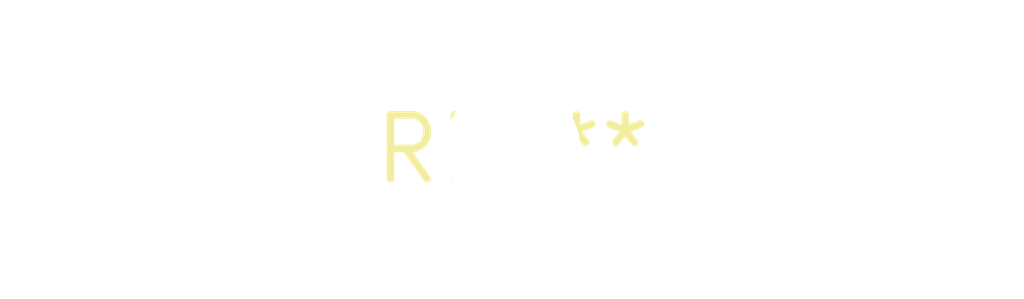
<source format=kicad_pcb>
(kicad_pcb (version 20240108) (generator pcbnew)
  (layers (0 "F.Cu" signal) (31 "B.Cu" signal) (34 "B.Paste" user) (35 "F.Paste" user) (36 "B.SilkS" user "B.Silkscreen") (37 "F.SilkS" user "F.Silkscreen") (38 "B.Mask" user) (39 "F.Mask" user) (44 "Edge.Cuts" user))
  (net 0 "")
  (footprint "MountingHole_2.7mm" (layer "F.Cu") (at 0 0)
    (property "Reference" "REF**")
    (property "Value" "MountingHole_2.7mm")
    (pad "" np_thru_hole circle (at 0 0) (size 2.7 2.7) (drill 2.7) (layers *.Cu *.Mask))
  )
)
</source>
